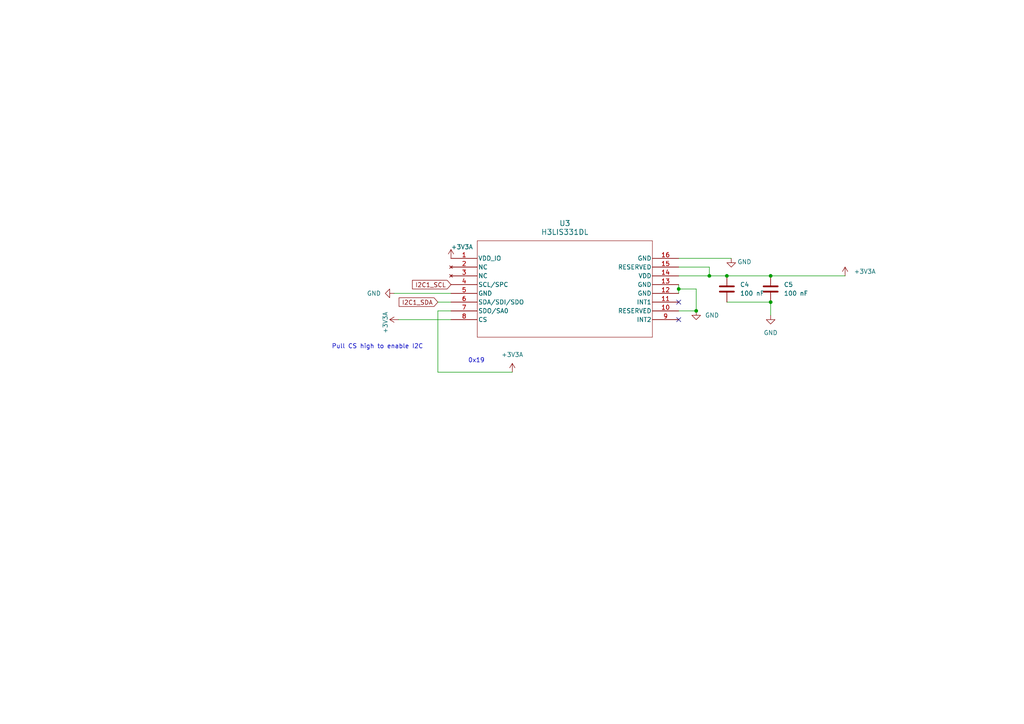
<source format=kicad_sch>
(kicad_sch (version 20250114) (generator "eeschema") (generator_version "9.0")
  (paper "A4")
  (lib_symbols
    (symbol "Device:C" (pin_numbers (hide yes)) (pin_names (offset 0.254))
      (property "Reference" "C" (at 0.635 2.54 0))
      (property "Value" "C" (at 0.635 -2.54 0))
      (symbol "C_0_1"
        (polyline (pts (xy -2.032 0.762) (xy 2.032 0.762)) (stroke (width 0.508)))
        (polyline (pts (xy -2.032 -0.762) (xy 2.032 -0.762)) (stroke (width 0.508)))
      )
      (symbol "C_1_1"
        (pin passive line (at 0 3.81 270) (length 2.794) (name "~") (number "1"))
        (pin passive line (at 0 -3.81 90) (length 2.794) (name "~") (number "2"))
      )
    )
    (symbol "H3LIS331DL:H3LIS331DL" (pin_names (offset 0.254))
      (property "Reference" "U" (at 33.02 10.16 0))
      (property "Value" "H3LIS331DL" (at 33.02 7.62 0))
      (symbol "H3LIS331DL_0_1"
        (polyline (pts (xy 7.62 5.08) (xy 7.62 -22.86)) (stroke (width 0.127)))
        (polyline (pts (xy 7.62 -22.86) (xy 58.42 -22.86)) (stroke (width 0.127)))
        (polyline (pts (xy 58.42 5.08) (xy 7.62 5.08)) (stroke (width 0.127)))
        (polyline (pts (xy 58.42 -22.86) (xy 58.42 5.08)) (stroke (width 0.127)))
        (pin power_in line (at 0 0 0) (length 7.62) (name "VDD_IO") (number "1"))
        (pin no_connect line (at 0 -2.54 0) (length 7.62) (name "NC") (number "2"))
        (pin no_connect line (at 0 -5.08 0) (length 7.62) (name "NC") (number "3"))
        (pin bidirectional line (at 0 -7.62 0) (length 7.62) (name "SCL/SPC") (number "4"))
        (pin power_out line (at 0 -10.16 0) (length 7.62) (name "GND") (number "5"))
        (pin bidirectional line (at 0 -12.7 0) (length 7.62) (name "SDA/SDI/SDO") (number "6"))
        (pin bidirectional line (at 0 -15.24 0) (length 7.62) (name "SDO/SA0") (number "7"))
        (pin input line (at 0 -17.78 0) (length 7.62) (name "CS") (number "8"))
        (pin power_out line (at 66.04 0 180) (length 7.62) (name "GND") (number "16"))
        (pin power_out line (at 66.04 -2.54 180) (length 7.62) (name "RESERVED") (number "15"))
        (pin power_in line (at 66.04 -5.08 180) (length 7.62) (name "VDD") (number "14"))
        (pin power_out line (at 66.04 -7.62 180) (length 7.62) (name "GND") (number "13"))
        (pin power_out line (at 66.04 -10.16 180) (length 7.62) (name "GND") (number "12"))
        (pin output line (at 66.04 -12.7 180) (length 7.62) (name "INT1") (number "11"))
        (pin power_out line (at 66.04 -15.24 180) (length 7.62) (name "RESERVED") (number "10"))
        (pin output line (at 66.04 -17.78 180) (length 7.62) (name "INT2") (number "9"))
      )
    )
    (symbol "power:+3V3" (power) (pin_numbers (hide yes)) (pin_names (offset 0) (hide yes))
      (property "Value" "+3V3" (at 0 3.556 0))
      (symbol "+3V3_0_1"
        (polyline (pts (xy -0.762 1.27) (xy 0 2.54)))
        (polyline (pts (xy 0 2.54) (xy 0.762 1.27)))
        (polyline (pts (xy 0 0) (xy 0 2.54)))
      )
      (symbol "+3V3_1_1"
        (pin power_in line (at 0 0 90) (length 0) (name "~") (number "1"))
      )
    )
    (symbol "power:GND" (power) (pin_numbers (hide yes)) (pin_names (offset 0) (hide yes))
      (property "Value" "GND" (at 0 -3.81 0))
      (symbol "GND_0_1"
        (polyline (pts (xy 0 0) (xy 0 -1.27) (xy 1.27 -1.27) (xy 0 -2.54) (xy -1.27 -1.27) (xy 0 -1.27)))
      )
      (symbol "GND_1_1"
        (pin power_in line (at 0 0 270) (length 0) (name "~") (number "1"))
      )
    )
  )
  (text "0x19" (at 138.176 104.648 0) (effects (font (size 1.27 1.27))))
  (text "Pull CS high to enable I2C\n" (at 109.474 100.584 0) (effects (font (size 1.27 1.27))))
  (junction (at 210.82 80.01))
  (junction (at 201.93 90.17))
  (junction (at 196.85 83.82))
  (junction (at 223.52 80.01))
  (junction (at 205.74 80.01))
  (junction (at 223.52 87.63))
  (no_connect (at 196.85 87.63))
  (no_connect (at 196.85 92.71))
  (wire (pts (xy 196.85 80.01) (xy 205.74 80.01)))
  (wire (pts (xy 196.85 74.93) (xy 212.09 74.93)))
  (wire (pts (xy 127 90.17) (xy 127 107.95)))
  (wire (pts (xy 196.85 83.82) (xy 201.93 83.82)))
  (wire (pts (xy 114.3 85.09) (xy 130.81 85.09)))
  (wire (pts (xy 196.85 82.55) (xy 196.85 83.82)))
  (wire (pts (xy 210.82 87.63) (xy 223.52 87.63)))
  (wire (pts (xy 223.52 80.01) (xy 245.11 80.01)))
  (wire (pts (xy 201.93 83.82) (xy 201.93 90.17)))
  (wire (pts (xy 205.74 80.01) (xy 210.82 80.01)))
  (wire (pts (xy 205.74 77.47) (xy 205.74 80.01)))
  (wire (pts (xy 210.82 80.01) (xy 223.52 80.01)))
  (wire (pts (xy 130.81 90.17) (xy 127 90.17)))
  (wire (pts (xy 196.85 90.17) (xy 201.93 90.17)))
  (wire (pts (xy 127 107.95) (xy 148.59 107.95)))
  (wire (pts (xy 127 87.63) (xy 130.81 87.63)))
  (wire (pts (xy 223.52 87.63) (xy 223.52 91.44)))
  (wire (pts (xy 115.57 92.71) (xy 130.81 92.71)))
  (wire (pts (xy 196.85 83.82) (xy 196.85 85.09)))
  (wire (pts (xy 196.85 77.47) (xy 205.74 77.47)))
  (global_label "I2C1_SCL" (shape input) (at 130.81 82.55 180) (property "Intersheetrefs" "${INTERSHEET_REFS}" (effects (hide yes))))
  (global_label "I2C1_SDA" (shape input) (at 127 87.63 180) (property "Intersheetrefs" "${INTERSHEET_REFS}" (effects (hide yes))))
  (symbol (lib_id "Device:C") (at 223.52 83.82 0) (unit 1)
    (property "Reference" "C5" (at 227.33 82.5499 0) (effects (justify left)))
    (property "Value" "100 nF" (at 227.33 85.0899 0) (effects (justify left)))
    (property "Footprint" "Capacitor_SMD:C_0603_1608Metric_Pad1.08x0.95mm_HandSolder" (effects (hide yes)))
    (property "Description" "Unpolarized capacitor" (effects (hide yes)))
  )
  (symbol (lib_id "H3LIS331DL:H3LIS331DL") (at 130.81 74.93 0) (unit 1)
    (property "Reference" "U3" (at 163.83 64.77 0) (effects (font (size 1.524 1.524))))
    (property "Value" "H3LIS331DL" (at 163.83 67.31 0) (effects (font (size 1.524 1.524))))
    (property "Footprint" "H3LIS331:QFN300X300X100-16N" (effects (hide yes)))
    (property "Datasheet" "https://www.st.com/resource/en/datasheet/h3lis331dl.pdf" (effects (hide yes)))
  )
  (symbol (lib_id "power:+3V3") (at 130.81 74.93 0) (unit 1)
    (property "Reference" "#PWR032" (effects (hide yes)))
    (property "Value" "+3V3A" (at 130.81 71.628 0) (effects (justify left)))
    (property "Description" "Power symbol creates a global label with name \"+3V3\"" (effects (hide yes)))
  )
  (symbol (lib_id "power:GND") (at 201.93 90.17 0) (unit 1)
    (property "Reference" "#PWR085" (effects (hide yes)))
    (property "Value" "GND" (at 204.47 91.4399 0) (effects (justify left)))
    (property "Description" "Power symbol creates a global label with name \"GND\" , ground" (effects (hide yes)))
  )
  (symbol (lib_id "power:GND") (at 223.52 91.44 0) (unit 1)
    (property "Reference" "#PWR030" (effects (hide yes)))
    (property "Value" "GND" (at 223.52 96.52 0))
    (property "Description" "Power symbol creates a global label with name \"GND\" , ground" (effects (hide yes)))
  )
  (symbol (lib_id "power:GND") (at 212.09 74.93 0) (unit 1)
    (property "Reference" "#PWR086" (effects (hide yes)))
    (property "Value" "GND" (at 213.868 75.9459 0) (effects (justify left)))
    (property "Description" "Power symbol creates a global label with name \"GND\" , ground" (effects (hide yes)))
  )
  (symbol (lib_id "power:+3V3") (at 115.57 92.71 90) (unit 1)
    (property "Reference" "#PWR087" (effects (hide yes)))
    (property "Value" "+3V3A" (at 111.76 96.774 0) (effects (justify left)))
    (property "Description" "Power symbol creates a global label with name \"+3V3\"" (effects (hide yes)))
  )
  (symbol (lib_id "power:+3V3") (at 148.59 107.95 0) (unit 1)
    (property "Reference" "#PWR06" (effects (hide yes)))
    (property "Value" "+3V3A" (at 148.59 102.87 0))
    (property "Description" "Power symbol creates a global label with name \"+3V3\"" (effects (hide yes)))
  )
  (symbol (lib_id "power:GND") (at 114.3 85.09 270) (unit 1)
    (property "Reference" "#PWR033" (effects (hide yes)))
    (property "Value" "GND" (at 110.49 85.0899 90) (effects (justify right)))
    (property "Description" "Power symbol creates a global label with name \"GND\" , ground" (effects (hide yes)))
  )
  (symbol (lib_id "Device:C") (at 210.82 83.82 0) (unit 1)
    (property "Reference" "C4" (at 214.63 82.5499 0) (effects (justify left)))
    (property "Value" "100 nF" (at 214.63 85.0899 0) (effects (justify left)))
    (property "Footprint" "Capacitor_SMD:C_0603_1608Metric_Pad1.08x0.95mm_HandSolder" (effects (hide yes)))
    (property "Description" "Unpolarized capacitor" (effects (hide yes)))
  )
  (symbol (lib_id "power:+3V3") (at 245.11 80.01 0) (unit 1)
    (property "Reference" "#PWR031" (effects (hide yes)))
    (property "Value" "+3V3A" (at 247.65 78.7399 0) (effects (justify left)))
    (property "Description" "Power symbol creates a global label with name \"+3V3\"" (effects (hide yes)))
  )
)
</source>
